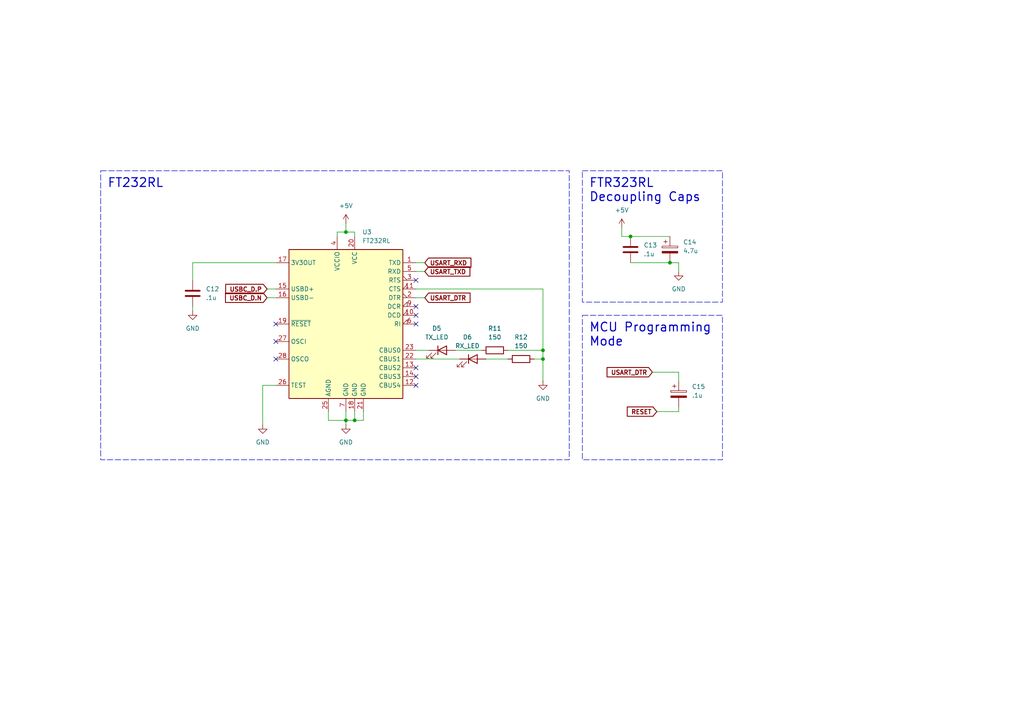
<source format=kicad_sch>
(kicad_sch (version 20250114) (generator "eeschema") (generator_version "9.0")
  (paper "A4")
  (lib_symbols
    (symbol "Device:C" (pin_numbers (hide yes)) (pin_names (offset 0.254))
      (property "Reference" "C" (at 0.635 2.54 0))
      (property "Value" "C" (at 0.635 -2.54 0))
      (symbol "C_0_1"
        (polyline (pts (xy -2.032 0.762) (xy 2.032 0.762)) (stroke (width 0.508)))
        (polyline (pts (xy -2.032 -0.762) (xy 2.032 -0.762)) (stroke (width 0.508)))
      )
      (symbol "C_1_1"
        (pin passive line (at 0 3.81 270) (length 2.794) (name "~") (number "1"))
        (pin passive line (at 0 -3.81 90) (length 2.794) (name "~") (number "2"))
      )
    )
    (symbol "Device:C_Polarized" (pin_numbers (hide yes)) (pin_names (offset 0.254))
      (property "Reference" "C" (at 0.635 2.54 0))
      (property "Value" "C_Polarized" (at 0.635 -2.54 0))
      (symbol "C_Polarized_0_1"
        (rectangle (start -2.286 0.508) (end 2.286 1.016))
        (polyline (pts (xy -1.778 2.286) (xy -0.762 2.286)))
        (polyline (pts (xy -1.27 2.794) (xy -1.27 1.778)))
        (rectangle (start 2.286 -0.508) (end -2.286 -1.016) (fill (type outline)))
      )
      (symbol "C_Polarized_1_1"
        (pin passive line (at 0 3.81 270) (length 2.794) (name "~") (number "1"))
        (pin passive line (at 0 -3.81 90) (length 2.794) (name "~") (number "2"))
      )
    )
    (symbol "Device:LED" (pin_numbers (hide yes)) (pin_names (offset 1.016) (hide yes))
      (property "Reference" "D" (at 0 2.54 0))
      (property "Value" "LED" (at 0 -2.54 0))
      (symbol "LED_0_1"
        (polyline (pts (xy -3.048 -0.762) (xy -4.572 -2.286) (xy -3.81 -2.286) (xy -4.572 -2.286) (xy -4.572 -1.524)))
        (polyline (pts (xy -1.778 -0.762) (xy -3.302 -2.286) (xy -2.54 -2.286) (xy -3.302 -2.286) (xy -3.302 -1.524)))
        (polyline (pts (xy -1.27 0) (xy 1.27 0)))
        (polyline (pts (xy -1.27 -1.27) (xy -1.27 1.27)) (stroke (width 0.254)))
        (polyline (pts (xy 1.27 -1.27) (xy 1.27 1.27) (xy -1.27 0) (xy 1.27 -1.27)) (stroke (width 0.254)))
      )
      (symbol "LED_1_1"
        (pin passive line (at -3.81 0 0) (length 2.54) (name "K") (number "1"))
        (pin passive line (at 3.81 0 180) (length 2.54) (name "A") (number "2"))
      )
    )
    (symbol "Device:R" (pin_numbers (hide yes)) (pin_names (offset 0))
      (property "Reference" "R" (at 2.032 0 90))
      (property "Value" "R" (at 0 0 90))
      (symbol "R_0_1"
        (rectangle (start -1.016 -2.54) (end 1.016 2.54) (stroke (width 0.254)))
      )
      (symbol "R_1_1"
        (pin passive line (at 0 3.81 270) (length 1.27) (name "~") (number "1"))
        (pin passive line (at 0 -3.81 90) (length 1.27) (name "~") (number "2"))
      )
    )
    (symbol "Interface_USB:FT232RL"
      (property "Reference" "U" (at -16.51 22.86 0))
      (property "Value" "FT232RL" (at 10.16 22.86 0))
      (symbol "FT232RL_0_1"
        (rectangle (start -16.51 21.59) (end 16.51 -21.59) (stroke (width 0.254)) (fill (type background)))
      )
      (symbol "FT232RL_1_1"
        (pin power_out line (at -20.32 17.78 0) (length 3.81) (name "3V3OUT") (number "17"))
        (pin bidirectional line (at -20.32 10.16 0) (length 3.81) (name "USBD+") (number "15"))
        (pin bidirectional line (at -20.32 7.62 0) (length 3.81) (name "USBD-") (number "16"))
        (pin input line (at -20.32 0 0) (length 3.81) (name "~{RESET}") (number "19"))
        (pin input line (at -20.32 -5.08 0) (length 3.81) (name "OSCI") (number "27"))
        (pin output line (at -20.32 -10.16 0) (length 3.81) (name "OSCO") (number "28"))
        (pin input line (at -20.32 -17.78 0) (length 3.81) (name "TEST") (number "26"))
        (pin power_in line (at -5.08 -25.4 90) (length 3.81) (name "AGND") (number "25"))
        (pin power_in line (at -2.54 25.4 270) (length 3.81) (name "VCCIO") (number "4"))
        (pin power_in line (at 0 -25.4 90) (length 3.81) (name "GND") (number "7"))
        (pin power_in line (at 2.54 25.4 270) (length 3.81) (name "VCC") (number "20"))
        (pin power_in line (at 2.54 -25.4 90) (length 3.81) (name "GND") (number "18"))
        (pin power_in line (at 5.08 -25.4 90) (length 3.81) (name "GND") (number "21"))
        (pin output line (at 20.32 17.78 180) (length 3.81) (name "TXD") (number "1"))
        (pin input line (at 20.32 15.24 180) (length 3.81) (name "RXD") (number "5"))
        (pin output output_low (at 20.32 12.7 180) (length 3.81) (name "RTS") (number "3"))
        (pin input input_low (at 20.32 10.16 180) (length 3.81) (name "CTS") (number "11"))
        (pin output output_low (at 20.32 7.62 180) (length 3.81) (name "DTR") (number "2"))
        (pin input input_low (at 20.32 5.08 180) (length 3.81) (name "DCR") (number "9"))
        (pin input input_low (at 20.32 2.54 180) (length 3.81) (name "DCD") (number "10"))
        (pin input input_low (at 20.32 0 180) (length 3.81) (name "RI") (number "6"))
        (pin bidirectional line (at 20.32 -7.62 180) (length 3.81) (name "CBUS0") (number "23"))
        (pin bidirectional line (at 20.32 -10.16 180) (length 3.81) (name "CBUS1") (number "22"))
        (pin bidirectional line (at 20.32 -12.7 180) (length 3.81) (name "CBUS2") (number "13"))
        (pin bidirectional line (at 20.32 -15.24 180) (length 3.81) (name "CBUS3") (number "14"))
        (pin bidirectional line (at 20.32 -17.78 180) (length 3.81) (name "CBUS4") (number "12"))
      )
    )
    (symbol "power:+5V" (power) (pin_numbers (hide yes)) (pin_names (offset 0) (hide yes))
      (property "Value" "+5V" (at 0 3.556 0))
      (symbol "+5V_0_1"
        (polyline (pts (xy -0.762 1.27) (xy 0 2.54)))
        (polyline (pts (xy 0 2.54) (xy 0.762 1.27)))
        (polyline (pts (xy 0 0) (xy 0 2.54)))
      )
      (symbol "+5V_1_1"
        (pin power_in line (at 0 0 90) (length 0) (name "~") (number "1"))
      )
    )
    (symbol "power:GND" (power) (pin_numbers (hide yes)) (pin_names (offset 0) (hide yes))
      (property "Value" "GND" (at 0 -3.81 0))
      (symbol "GND_0_1"
        (polyline (pts (xy 0 0) (xy 0 -1.27) (xy 1.27 -1.27) (xy 0 -2.54) (xy -1.27 -1.27) (xy 0 -1.27)))
      )
      (symbol "GND_1_1"
        (pin power_in line (at 0 0 270) (length 0) (name "~") (number "1"))
      )
    )
  )
  (text_box "FTR323RL Decoupling Caps" (at 168.91 49.53 0) (size 40.64 38.1) (margins 1.905 1.905 1.905 1.905) (stroke (width 0) (type dash)) (effects (font (size 2.54 2.54) (thickness 0.3175)) (justify left top)))
  (text_box "FT232RL" (at 29.21 49.53 0) (size 135.89 83.82) (margins 1.905 1.905 1.905 1.905) (stroke (width 0) (type dash)) (effects (font (size 2.54 2.54) (thickness 0.3175)) (justify left top)))
  (text_box "MCU Programming Mode" (at 168.91 91.44 0) (size 40.64 41.91) (margins 1.905 1.905 1.905 1.905) (stroke (width 0) (type dash)) (effects (font (size 2.54 2.54) (thickness 0.3175)) (justify left top)))
  (junction (at 157.48 104.14))
  (junction (at 100.33 67.31))
  (junction (at 182.88 68.58))
  (junction (at 102.87 121.92))
  (junction (at 157.48 101.6))
  (junction (at 194.31 76.2))
  (junction (at 100.33 121.92))
  (no_connect (at 80.01 93.98))
  (no_connect (at 120.65 109.22))
  (no_connect (at 80.01 104.14))
  (no_connect (at 120.65 93.98))
  (no_connect (at 120.65 81.28))
  (no_connect (at 120.65 91.44))
  (no_connect (at 120.65 88.9))
  (no_connect (at 120.65 106.68))
  (no_connect (at 80.01 99.06))
  (no_connect (at 120.65 111.76))
  (wire (pts (xy 97.79 67.31) (xy 100.33 67.31)))
  (wire (pts (xy 120.65 76.2) (xy 123.19 76.2)))
  (wire (pts (xy 182.88 68.58) (xy 194.31 68.58)))
  (wire (pts (xy 102.87 68.58) (xy 102.87 67.31)))
  (wire (pts (xy 182.88 76.2) (xy 194.31 76.2)))
  (wire (pts (xy 120.65 101.6) (xy 124.46 101.6)))
  (wire (pts (xy 95.25 121.92) (xy 100.33 121.92)))
  (wire (pts (xy 154.94 104.14) (xy 157.48 104.14)))
  (wire (pts (xy 102.87 119.38) (xy 102.87 121.92)))
  (wire (pts (xy 132.08 101.6) (xy 139.7 101.6)))
  (wire (pts (xy 120.65 86.36) (xy 123.19 86.36)))
  (wire (pts (xy 140.97 104.14) (xy 147.32 104.14)))
  (wire (pts (xy 194.31 76.2) (xy 196.85 76.2)))
  (wire (pts (xy 76.2 123.19) (xy 76.2 111.76)))
  (wire (pts (xy 100.33 67.31) (xy 100.33 64.77)))
  (wire (pts (xy 76.2 111.76) (xy 80.01 111.76)))
  (wire (pts (xy 196.85 119.38) (xy 190.5 119.38)))
  (wire (pts (xy 196.85 76.2) (xy 196.85 78.74)))
  (wire (pts (xy 100.33 119.38) (xy 100.33 121.92)))
  (wire (pts (xy 120.65 104.14) (xy 133.35 104.14)))
  (wire (pts (xy 147.32 101.6) (xy 157.48 101.6)))
  (wire (pts (xy 120.65 78.74) (xy 123.19 78.74)))
  (wire (pts (xy 157.48 101.6) (xy 157.48 104.14)))
  (wire (pts (xy 95.25 119.38) (xy 95.25 121.92)))
  (wire (pts (xy 100.33 121.92) (xy 100.33 123.19)))
  (wire (pts (xy 55.88 81.28) (xy 55.88 76.2)))
  (wire (pts (xy 189.23 107.95) (xy 196.85 107.95)))
  (wire (pts (xy 77.47 83.82) (xy 80.01 83.82)))
  (wire (pts (xy 157.48 83.82) (xy 157.48 101.6)))
  (wire (pts (xy 180.34 66.04) (xy 180.34 68.58)))
  (wire (pts (xy 55.88 76.2) (xy 80.01 76.2)))
  (wire (pts (xy 77.47 86.36) (xy 80.01 86.36)))
  (wire (pts (xy 105.41 119.38) (xy 105.41 121.92)))
  (wire (pts (xy 196.85 107.95) (xy 196.85 110.49)))
  (wire (pts (xy 105.41 121.92) (xy 102.87 121.92)))
  (wire (pts (xy 100.33 121.92) (xy 102.87 121.92)))
  (wire (pts (xy 180.34 68.58) (xy 182.88 68.58)))
  (wire (pts (xy 196.85 118.11) (xy 196.85 119.38)))
  (wire (pts (xy 102.87 67.31) (xy 100.33 67.31)))
  (wire (pts (xy 97.79 68.58) (xy 97.79 67.31)))
  (wire (pts (xy 55.88 90.17) (xy 55.88 88.9)))
  (wire (pts (xy 120.65 83.82) (xy 157.48 83.82)))
  (wire (pts (xy 157.48 104.14) (xy 157.48 110.49)))
  (global_label "USART_RXD" (shape input) (at 123.19 76.2 0) (effects (font (thickness 0.254) (bold yes))) (property "Intersheetrefs" "${INTERSHEET_REFS}" (effects (hide yes))))
  (global_label "USART_DTR" (shape input) (at 123.19 86.36 0) (effects (font (thickness 0.254) (bold yes))) (property "Intersheetrefs" "${INTERSHEET_REFS}" (effects (hide yes))))
  (global_label "USART_DTR" (shape input) (at 189.23 107.95 180) (effects (font (thickness 0.254) (bold yes))) (property "Intersheetrefs" "${INTERSHEET_REFS}" (effects (hide yes))))
  (global_label "USART_TXD" (shape input) (at 123.19 78.74 0) (effects (font (thickness 0.254) (bold yes))) (property "Intersheetrefs" "${INTERSHEET_REFS}" (effects (hide yes))))
  (global_label "USBC_D.N" (shape input) (at 77.47 86.36 180) (effects (font (thickness 0.254) (bold yes))) (property "Intersheetrefs" "${INTERSHEET_REFS}" (effects (hide yes))))
  (global_label "USBC_D.P" (shape input) (at 77.47 83.82 180) (effects (font (thickness 0.254) (bold yes))) (property "Intersheetrefs" "${INTERSHEET_REFS}" (effects (hide yes))))
  (global_label "RESET" (shape input) (at 190.5 119.38 180) (effects (font (thickness 0.254) (bold yes))) (property "Intersheetrefs" "${INTERSHEET_REFS}" (effects (hide yes))))
  (symbol (lib_id "power:+5V") (at 100.33 64.77 0) (unit 1)
    (property "Reference" "#PWR033" (effects (hide yes)))
    (property "Value" "+5V" (at 100.33 59.69 0))
    (property "Description" "Power symbol creates a global label with name \"+5V\"" (effects (hide yes)))
  )
  (symbol (lib_id "power:GND") (at 100.33 123.19 0) (unit 1)
    (property "Reference" "#PWR034" (effects (hide yes)))
    (property "Value" "GND" (at 100.33 128.27 0))
    (property "Description" "Power symbol creates a global label with name \"GND\" , ground" (effects (hide yes)))
  )
  (symbol (lib_id "Device:C_Polarized") (at 196.85 114.3 0) (unit 1)
    (property "Reference" "C15" (at 200.66 112.1409 0) (effects (justify left)))
    (property "Value" ".1u" (at 200.66 114.6809 0) (effects (justify left)))
    (property "Footprint" "Capacitor_SMD:CP_Elec_6.3x7.7" (effects (hide yes)))
    (property "Description" "Polarized capacitor" (effects (hide yes)))
  )
  (symbol (lib_id "Device:C") (at 55.88 85.09 0) (unit 1)
    (property "Reference" "C12" (at 59.69 83.8199 0) (effects (justify left)))
    (property "Value" ".1u" (at 59.69 86.3599 0) (effects (justify left)))
    (property "Footprint" "Capacitor_SMD:C_0402_1005Metric" (effects (hide yes)))
    (property "Description" "Unpolarized capacitor" (effects (hide yes)))
  )
  (symbol (lib_id "Device:C") (at 182.88 72.39 0) (unit 1)
    (property "Reference" "C13" (at 186.69 71.1199 0) (effects (justify left)))
    (property "Value" ".1u" (at 186.69 73.6599 0) (effects (justify left)))
    (property "Footprint" "Capacitor_SMD:C_0402_1005Metric" (effects (hide yes)))
    (property "Description" "Unpolarized capacitor" (effects (hide yes)))
  )
  (symbol (lib_id "power:GND") (at 157.48 110.49 0) (unit 1)
    (property "Reference" "#PWR035" (effects (hide yes)))
    (property "Value" "GND" (at 157.48 115.57 0))
    (property "Description" "Power symbol creates a global label with name \"GND\" , ground" (effects (hide yes)))
  )
  (symbol (lib_id "Device:LED") (at 137.16 104.14 0) (unit 1)
    (property "Reference" "D6" (at 135.5725 97.79 0))
    (property "Value" "RX_LED" (at 135.5725 100.33 0))
    (property "Footprint" "LED_SMD:LED_0402_1005Metric" (effects (hide yes)))
    (property "Description" "Light emitting diode" (effects (hide yes)))
  )
  (symbol (lib_id "power:GND") (at 76.2 123.19 0) (unit 1)
    (property "Reference" "#PWR032" (effects (hide yes)))
    (property "Value" "GND" (at 76.2 128.27 0))
    (property "Description" "Power symbol creates a global label with name \"GND\" , ground" (effects (hide yes)))
  )
  (symbol (lib_id "power:GND") (at 55.88 90.17 0) (unit 1)
    (property "Reference" "#PWR031" (effects (hide yes)))
    (property "Value" "GND" (at 55.88 95.25 0))
    (property "Description" "Power symbol creates a global label with name \"GND\" , ground" (effects (hide yes)))
  )
  (symbol (lib_id "Device:C_Polarized") (at 194.31 72.39 0) (unit 1)
    (property "Reference" "C14" (at 198.12 70.2309 0) (effects (justify left)))
    (property "Value" "4.7u" (at 198.12 72.7709 0) (effects (justify left)))
    (property "Footprint" "Capacitor_SMD:CP_Elec_6.3x7.7" (effects (hide yes)))
    (property "Description" "Polarized capacitor" (effects (hide yes)))
  )
  (symbol (lib_id "Device:R") (at 151.13 104.14 90) (unit 1)
    (property "Reference" "R12" (at 151.13 97.79 90))
    (property "Value" "150" (at 151.13 100.33 90))
    (property "Footprint" "Resistor_SMD:R_0402_1005Metric" (effects (hide yes)))
    (property "Description" "Resistor" (effects (hide yes)))
  )
  (symbol (lib_id "Device:R") (at 143.51 101.6 90) (unit 1)
    (property "Reference" "R11" (at 143.51 95.25 90))
    (property "Value" "150" (at 143.51 97.79 90))
    (property "Footprint" "Resistor_SMD:R_0402_1005Metric" (effects (hide yes)))
    (property "Description" "Resistor" (effects (hide yes)))
  )
  (symbol (lib_id "power:+5V") (at 180.34 66.04 0) (unit 1)
    (property "Reference" "#PWR036" (effects (hide yes)))
    (property "Value" "+5V" (at 180.34 60.96 0))
    (property "Description" "Power symbol creates a global label with name \"+5V\"" (effects (hide yes)))
  )
  (symbol (lib_id "Interface_USB:FT232RL") (at 100.33 93.98 0) (unit 1)
    (property "Reference" "U3" (at 105.0641 67.31 0) (effects (justify left)))
    (property "Value" "FT232RL" (at 105.0641 69.85 0) (effects (justify left)))
    (property "Footprint" "Package_SO:SSOP-28_5.3x10.2mm_P0.65mm" (effects (hide yes)))
    (property "Datasheet" "https://www.ftdichip.com/Support/Documents/DataSheets/ICs/DS_FT232R.pdf" (effects (hide yes)))
    (property "Description" "USB to Serial Interface, SSOP-28" (effects (hide yes)))
  )
  (symbol (lib_id "Device:LED") (at 128.27 101.6 0) (unit 1)
    (property "Reference" "D5" (at 126.6825 95.25 0))
    (property "Value" "TX_LED" (at 126.6825 97.79 0))
    (property "Footprint" "LED_SMD:LED_0402_1005Metric" (effects (hide yes)))
    (property "Description" "Light emitting diode" (effects (hide yes)))
  )
  (symbol (lib_id "power:GND") (at 196.85 78.74 0) (unit 1)
    (property "Reference" "#PWR037" (effects (hide yes)))
    (property "Value" "GND" (at 196.85 83.82 0))
    (property "Description" "Power symbol creates a global label with name \"GND\" , ground" (effects (hide yes)))
  )
)
</source>
